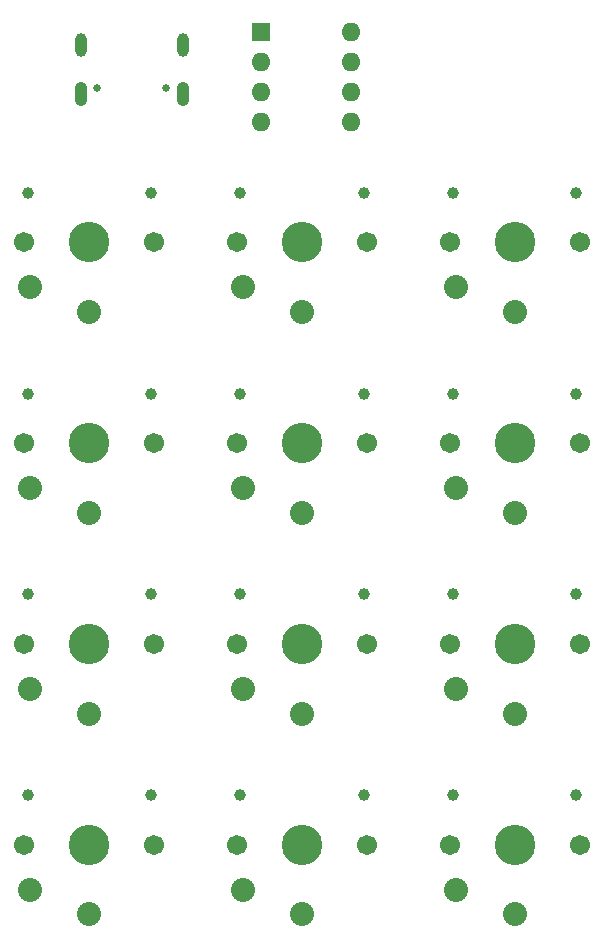
<source format=gbr>
G04 #@! TF.GenerationSoftware,KiCad,Pcbnew,5.1.10-88a1d61d58~90~ubuntu20.04.1*
G04 #@! TF.CreationDate,2021-09-03T02:40:30-04:00*
G04 #@! TF.ProjectId,charliepad,63686172-6c69-4657-9061-642e6b696361,rev?*
G04 #@! TF.SameCoordinates,Original*
G04 #@! TF.FileFunction,Soldermask,Bot*
G04 #@! TF.FilePolarity,Negative*
%FSLAX46Y46*%
G04 Gerber Fmt 4.6, Leading zero omitted, Abs format (unit mm)*
G04 Created by KiCad (PCBNEW 5.1.10-88a1d61d58~90~ubuntu20.04.1) date 2021-09-03 02:40:30*
%MOMM*%
%LPD*%
G01*
G04 APERTURE LIST*
%ADD10O,1.600000X1.600000*%
%ADD11R,1.600000X1.600000*%
%ADD12C,0.650000*%
%ADD13O,1.050000X2.100000*%
%ADD14O,1.000000X2.000000*%
%ADD15C,1.701800*%
%ADD16C,0.990600*%
%ADD17C,2.032000*%
%ADD18C,3.429000*%
G04 APERTURE END LIST*
D10*
G04 #@! TO.C,U1*
X83489800Y-90881200D03*
X75869800Y-98501200D03*
X83489800Y-93421200D03*
X75869800Y-95961200D03*
X83489800Y-95961200D03*
X75869800Y-93421200D03*
X83489800Y-98501200D03*
D11*
X75869800Y-90881200D03*
G04 #@! TD*
D12*
G04 #@! TO.C,J1*
X67761600Y-95653400D03*
X61981600Y-95653400D03*
D13*
X60551600Y-96153400D03*
X69191600Y-96153400D03*
D14*
X60551600Y-91973400D03*
X69191600Y-91973400D03*
G04 #@! TD*
D15*
G04 #@! TO.C,SW8*
X73800000Y-142700000D03*
X84800000Y-142700000D03*
D16*
X84520000Y-138500000D03*
D17*
X79300000Y-148600000D03*
X74300000Y-146500000D03*
D18*
X79300000Y-142700000D03*
D16*
X74080000Y-138500000D03*
G04 #@! TD*
D15*
G04 #@! TO.C,SW9*
X91800000Y-142700000D03*
X102800000Y-142700000D03*
D16*
X102520000Y-138500000D03*
D17*
X97300000Y-148600000D03*
X92300000Y-146500000D03*
D18*
X97300000Y-142700000D03*
D16*
X92080000Y-138500000D03*
G04 #@! TD*
D15*
G04 #@! TO.C,SW12*
X91800000Y-159700000D03*
X102800000Y-159700000D03*
D16*
X102520000Y-155500000D03*
D17*
X97300000Y-165600000D03*
X92300000Y-163500000D03*
D18*
X97300000Y-159700000D03*
D16*
X92080000Y-155500000D03*
G04 #@! TD*
D15*
G04 #@! TO.C,SW11*
X73800000Y-159700000D03*
X84800000Y-159700000D03*
D16*
X84520000Y-155500000D03*
D17*
X79300000Y-165600000D03*
X74300000Y-163500000D03*
D18*
X79300000Y-159700000D03*
D16*
X74080000Y-155500000D03*
G04 #@! TD*
D15*
G04 #@! TO.C,SW10*
X55800000Y-159700000D03*
X66800000Y-159700000D03*
D16*
X66520000Y-155500000D03*
D17*
X61300000Y-165600000D03*
X56300000Y-163500000D03*
D18*
X61300000Y-159700000D03*
D16*
X56080000Y-155500000D03*
G04 #@! TD*
D15*
G04 #@! TO.C,SW7*
X55800000Y-142700000D03*
X66800000Y-142700000D03*
D16*
X66520000Y-138500000D03*
D17*
X61300000Y-148600000D03*
X56300000Y-146500000D03*
D18*
X61300000Y-142700000D03*
D16*
X56080000Y-138500000D03*
G04 #@! TD*
D15*
G04 #@! TO.C,SW6*
X91800000Y-125700000D03*
X102800000Y-125700000D03*
D16*
X102520000Y-121500000D03*
D17*
X97300000Y-131600000D03*
X92300000Y-129500000D03*
D18*
X97300000Y-125700000D03*
D16*
X92080000Y-121500000D03*
G04 #@! TD*
D15*
G04 #@! TO.C,SW5*
X73800000Y-125700000D03*
X84800000Y-125700000D03*
D16*
X84520000Y-121500000D03*
D17*
X79300000Y-131600000D03*
X74300000Y-129500000D03*
D18*
X79300000Y-125700000D03*
D16*
X74080000Y-121500000D03*
G04 #@! TD*
D15*
G04 #@! TO.C,SW4*
X55800000Y-125700000D03*
X66800000Y-125700000D03*
D16*
X66520000Y-121500000D03*
D17*
X61300000Y-131600000D03*
X56300000Y-129500000D03*
D18*
X61300000Y-125700000D03*
D16*
X56080000Y-121500000D03*
G04 #@! TD*
D15*
G04 #@! TO.C,SW3*
X91800000Y-108700000D03*
X102800000Y-108700000D03*
D16*
X102520000Y-104500000D03*
D17*
X97300000Y-114600000D03*
X92300000Y-112500000D03*
D18*
X97300000Y-108700000D03*
D16*
X92080000Y-104500000D03*
G04 #@! TD*
D15*
G04 #@! TO.C,SW2*
X73800000Y-108700000D03*
X84800000Y-108700000D03*
D16*
X84520000Y-104500000D03*
D17*
X79300000Y-114600000D03*
X74300000Y-112500000D03*
D18*
X79300000Y-108700000D03*
D16*
X74080000Y-104500000D03*
G04 #@! TD*
D15*
G04 #@! TO.C,SW1*
X55800000Y-108700000D03*
X66800000Y-108700000D03*
D16*
X66520000Y-104500000D03*
D17*
X61300000Y-114600000D03*
X56300000Y-112500000D03*
D18*
X61300000Y-108700000D03*
D16*
X56080000Y-104500000D03*
G04 #@! TD*
M02*

</source>
